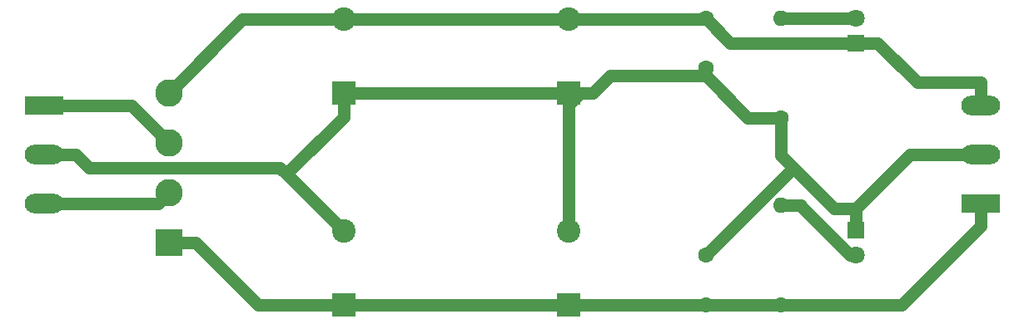
<source format=gbr>
%TF.GenerationSoftware,KiCad,Pcbnew,5.1.6-c6e7f7d~86~ubuntu18.04.1*%
%TF.CreationDate,2020-05-25T18:49:05+02:00*%
%TF.ProjectId,high_power_sym_supply,68696768-5f70-46f7-9765-725f73796d5f,1.0*%
%TF.SameCoordinates,PX463f660PY6a95280*%
%TF.FileFunction,Copper,L2,Bot*%
%TF.FilePolarity,Positive*%
%FSLAX46Y46*%
G04 Gerber Fmt 4.6, Leading zero omitted, Abs format (unit mm)*
G04 Created by KiCad (PCBNEW 5.1.6-c6e7f7d~86~ubuntu18.04.1) date 2020-05-25 18:49:05*
%MOMM*%
%LPD*%
G01*
G04 APERTURE LIST*
%TA.AperFunction,ComponentPad*%
%ADD10C,2.400000*%
%TD*%
%TA.AperFunction,ComponentPad*%
%ADD11R,2.400000X2.400000*%
%TD*%
%TA.AperFunction,ComponentPad*%
%ADD12C,1.600000*%
%TD*%
%TA.AperFunction,ComponentPad*%
%ADD13C,2.800000*%
%TD*%
%TA.AperFunction,ComponentPad*%
%ADD14R,2.800000X2.800000*%
%TD*%
%TA.AperFunction,ComponentPad*%
%ADD15C,1.800000*%
%TD*%
%TA.AperFunction,ComponentPad*%
%ADD16R,1.800000X1.800000*%
%TD*%
%TA.AperFunction,ComponentPad*%
%ADD17R,3.960000X1.980000*%
%TD*%
%TA.AperFunction,ComponentPad*%
%ADD18O,3.960000X1.980000*%
%TD*%
%TA.AperFunction,ComponentPad*%
%ADD19O,1.600000X1.600000*%
%TD*%
%TA.AperFunction,Conductor*%
%ADD20C,1.300000*%
%TD*%
G04 APERTURE END LIST*
D10*
%TO.P,C1,2*%
%TO.N,GND*%
X40640000Y15120000D03*
D11*
%TO.P,C1,1*%
%TO.N,Net-(C1-Pad1)*%
X40640000Y7620000D03*
%TD*%
%TO.P,C2,1*%
%TO.N,GND*%
X40640000Y29210000D03*
D10*
%TO.P,C2,2*%
%TO.N,Net-(C2-Pad2)*%
X40640000Y36710000D03*
%TD*%
%TO.P,C3,2*%
%TO.N,GND*%
X63500000Y15120000D03*
D11*
%TO.P,C3,1*%
%TO.N,Net-(C1-Pad1)*%
X63500000Y7620000D03*
%TD*%
%TO.P,C4,1*%
%TO.N,GND*%
X63500000Y29210000D03*
D10*
%TO.P,C4,2*%
%TO.N,Net-(C2-Pad2)*%
X63500000Y36710000D03*
%TD*%
D12*
%TO.P,C5,2*%
%TO.N,GND*%
X77470000Y12620000D03*
%TO.P,C5,1*%
%TO.N,Net-(C1-Pad1)*%
X77470000Y7620000D03*
%TD*%
%TO.P,C6,1*%
%TO.N,GND*%
X77470000Y31750000D03*
%TO.P,C6,2*%
%TO.N,Net-(C2-Pad2)*%
X77470000Y36750000D03*
%TD*%
D13*
%TO.P,D1,4*%
%TO.N,Net-(C2-Pad2)*%
X22860000Y29210000D03*
%TO.P,D1,3*%
%TO.N,Net-(D1-Pad3)*%
X22860000Y24130000D03*
%TO.P,D1,2*%
%TO.N,Net-(D1-Pad2)*%
X22860000Y19050000D03*
D14*
%TO.P,D1,1*%
%TO.N,Net-(C1-Pad1)*%
X22860000Y13970000D03*
%TD*%
D15*
%TO.P,D2,2*%
%TO.N,Net-(D2-Pad2)*%
X92710000Y12700000D03*
D16*
%TO.P,D2,1*%
%TO.N,GND*%
X92710000Y15240000D03*
%TD*%
%TO.P,D3,1*%
%TO.N,Net-(C2-Pad2)*%
X92710000Y34290000D03*
D15*
%TO.P,D3,2*%
%TO.N,Net-(D3-Pad2)*%
X92710000Y36830000D03*
%TD*%
D17*
%TO.P,J1,1*%
%TO.N,Net-(D1-Pad3)*%
X10160000Y27940000D03*
D18*
%TO.P,J1,2*%
%TO.N,GND*%
X10160000Y22940000D03*
%TO.P,J1,3*%
%TO.N,Net-(D1-Pad2)*%
X10160000Y17940000D03*
%TD*%
%TO.P,J2,3*%
%TO.N,Net-(C2-Pad2)*%
X105410000Y27940000D03*
%TO.P,J2,2*%
%TO.N,GND*%
X105410000Y22940000D03*
D17*
%TO.P,J2,1*%
%TO.N,Net-(C1-Pad1)*%
X105410000Y17940000D03*
%TD*%
D19*
%TO.P,R1,2*%
%TO.N,Net-(D2-Pad2)*%
X85090000Y17780000D03*
D12*
%TO.P,R1,1*%
%TO.N,Net-(C1-Pad1)*%
X85090000Y7620000D03*
%TD*%
%TO.P,R2,1*%
%TO.N,GND*%
X85090000Y26670000D03*
D19*
%TO.P,R2,2*%
%TO.N,Net-(D3-Pad2)*%
X85090000Y36830000D03*
%TD*%
D20*
%TO.N,GND*%
X105410000Y22940000D02*
X98210000Y22940000D01*
X98210000Y22940000D02*
X92710000Y17440000D01*
X92710000Y15240000D02*
X92710000Y17440000D01*
X86400000Y21550000D02*
X77470000Y12620000D01*
X85090000Y26670000D02*
X85090000Y22860000D01*
X85090000Y22860000D02*
X86400000Y21550000D01*
X86400000Y21550000D02*
X90510000Y17440000D01*
X90510000Y17440000D02*
X92710000Y17440000D01*
X85090000Y26670000D02*
X81727600Y26670000D01*
X81727600Y26670000D02*
X77470000Y30927600D01*
X64750000Y29210000D02*
X63500000Y27960000D01*
X63500000Y27960000D02*
X63500000Y15120000D01*
X64750000Y29210000D02*
X66000000Y29210000D01*
X63500000Y29210000D02*
X64750000Y29210000D01*
X77470000Y30927600D02*
X67717600Y30927600D01*
X67717600Y30927600D02*
X66000000Y29210000D01*
X77470000Y30927600D02*
X77470000Y31750000D01*
X40640000Y29210000D02*
X63500000Y29210000D01*
X34845000Y20915000D02*
X40640000Y15120000D01*
X13440000Y22940000D02*
X14790000Y21590000D01*
X14790000Y21590000D02*
X34170000Y21590000D01*
X34170000Y21590000D02*
X34845000Y20915000D01*
X40640000Y26710000D02*
X34845000Y20915000D01*
X40640000Y29210000D02*
X40640000Y26710000D01*
X10160000Y22940000D02*
X13440000Y22940000D01*
%TO.N,Net-(C1-Pad1)*%
X63500000Y7620000D02*
X40640000Y7620000D01*
X77470000Y7620000D02*
X63500000Y7620000D01*
X85090000Y7620000D02*
X77470000Y7620000D01*
X22860000Y13970000D02*
X25560000Y13970000D01*
X25560000Y13970000D02*
X31910000Y7620000D01*
X31910000Y7620000D02*
X40640000Y7620000D01*
X105410000Y17940000D02*
X105410000Y15650000D01*
X105410000Y15650000D02*
X97380000Y7620000D01*
X97380000Y7620000D02*
X85090000Y7620000D01*
%TO.N,Net-(C2-Pad2)*%
X92710000Y34290000D02*
X94910000Y34290000D01*
X105410000Y27940000D02*
X105410000Y30230000D01*
X105410000Y30230000D02*
X98970000Y30230000D01*
X98970000Y30230000D02*
X94910000Y34290000D01*
X63500000Y36710000D02*
X77430000Y36710000D01*
X77430000Y36710000D02*
X77470000Y36750000D01*
X40640000Y36710000D02*
X63500000Y36710000D01*
X92710000Y34290000D02*
X79930000Y34290000D01*
X79930000Y34290000D02*
X77470000Y36750000D01*
X40640000Y36710000D02*
X30360000Y36710000D01*
X30360000Y36710000D02*
X22860000Y29210000D01*
%TO.N,Net-(D1-Pad3)*%
X10160000Y27940000D02*
X19050000Y27940000D01*
X19050000Y27940000D02*
X22860000Y24130000D01*
%TO.N,Net-(D1-Pad2)*%
X10160000Y17940000D02*
X21750000Y17940000D01*
X21750000Y17940000D02*
X22860000Y19050000D01*
%TO.N,Net-(D2-Pad2)*%
X85090000Y17780000D02*
X87190000Y17780000D01*
X87190000Y17780000D02*
X87190000Y17648700D01*
X87190000Y17648700D02*
X92138700Y12700000D01*
X92138700Y12700000D02*
X92710000Y12700000D01*
%TO.N,Net-(D3-Pad2)*%
X85090000Y36830000D02*
X92710000Y36830000D01*
%TD*%
M02*

</source>
